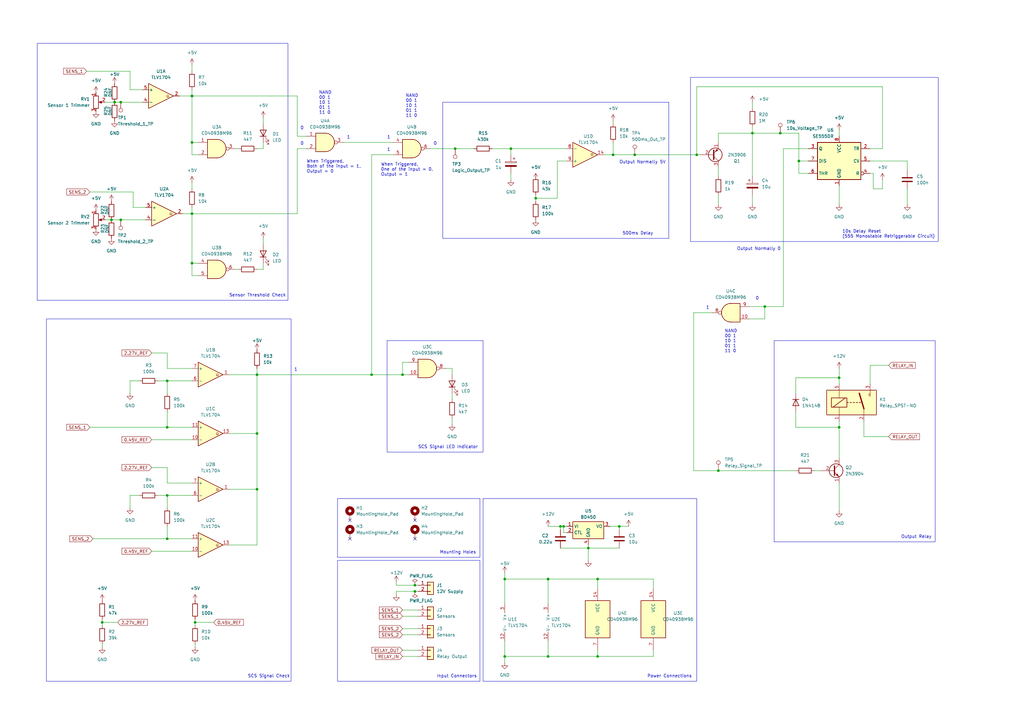
<source format=kicad_sch>
(kicad_sch (version 20250114) (generator "eeschema") (generator_version "9.0")
  (paper "A3")
  (title_block (title "BSPD") (date "2024-06-09") (rev "V4.0") (company "Manchester Stinger Motorsports"))
  (lib_symbols
    (symbol "74xx:74HC00" (pin_names (offset 1.016))
      (property "Reference" "U" (at 0 1.27 0))
      (property "Value" "74HC00" (at 0 -1.27 0))
      (symbol "74HC00_1_1"
        (pin input line (at -7.62 2.54 0) (length 3.81) (name "~") (number "1"))
        (pin input line (at -7.62 -2.54 0) (length 3.81) (name "~") (number "2"))
        (pin output inverted (at 7.62 0 180) (length 3.81) (name "~") (number "3"))
      )
      (symbol "74HC00_1_2"
        (pin input inverted (at -7.62 2.54 0) (length 4.318) (name "~") (number "1"))
        (pin input inverted (at -7.62 -2.54 0) (length 4.318) (name "~") (number "2"))
        (pin output line (at 7.62 0 180) (length 3.81) (name "~") (number "3"))
      )
      (symbol "74HC00_2_1"
        (pin input line (at -7.62 2.54 0) (length 3.81) (name "~") (number "4"))
        (pin input line (at -7.62 -2.54 0) (length 3.81) (name "~") (number "5"))
        (pin output inverted (at 7.62 0 180) (length 3.81) (name "~") (number "6"))
      )
      (symbol "74HC00_2_2"
        (pin input inverted (at -7.62 2.54 0) (length 4.318) (name "~") (number "4"))
        (pin input inverted (at -7.62 -2.54 0) (length 4.318) (name "~") (number "5"))
        (pin output line (at 7.62 0 180) (length 3.81) (name "~") (number "6"))
      )
      (symbol "74HC00_3_1"
        (pin input line (at -7.62 2.54 0) (length 3.81) (name "~") (number "9"))
        (pin input line (at -7.62 -2.54 0) (length 3.81) (name "~") (number "10"))
        (pin output inverted (at 7.62 0 180) (length 3.81) (name "~") (number "8"))
      )
      (symbol "74HC00_3_2"
        (pin input inverted (at -7.62 2.54 0) (length 4.318) (name "~") (number "9"))
        (pin input inverted (at -7.62 -2.54 0) (length 4.318) (name "~") (number "10"))
        (pin output line (at 7.62 0 180) (length 3.81) (name "~") (number "8"))
      )
      (symbol "74HC00_4_1"
        (pin input line (at -7.62 2.54 0) (length 3.81) (name "~") (number "12"))
        (pin input line (at -7.62 -2.54 0) (length 3.81) (name "~") (number "13"))
        (pin output inverted (at 7.62 0 180) (length 3.81) (name "~") (number "11"))
      )
      (symbol "74HC00_4_2"
        (pin input inverted (at -7.62 2.54 0) (length 4.318) (name "~") (number "12"))
        (pin input inverted (at -7.62 -2.54 0) (length 4.318) (name "~") (number "13"))
        (pin output line (at 7.62 0 180) (length 3.81) (name "~") (number "11"))
      )
      (symbol "74HC00_5_0"
        (pin power_in line (at 0 12.7 270) (length 5.08) (name "VCC") (number "14"))
        (pin power_in line (at 0 -12.7 90) (length 5.08) (name "GND") (number "7"))
      )
    )
    (symbol "Comparator:LM339" (pin_names (offset 0.127))
      (property "Reference" "U" (at 0 5.08 0))
      (property "Value" "LM339" (at 0 -5.08 0))
      (symbol "LM339_1_1"
        (pin input line (at -7.62 2.54 0) (length 2.54) (name "+") (number "5"))
        (pin input line (at -7.62 -2.54 0) (length 2.54) (name "-") (number "4"))
        (pin open_collector line (at 7.62 0 180) (length 2.54) (name "~") (number "2"))
      )
      (symbol "LM339_2_1"
        (pin input line (at -7.62 2.54 0) (length 2.54) (name "+") (number "7"))
        (pin input line (at -7.62 -2.54 0) (length 2.54) (name "-") (number "6"))
        (pin open_collector line (at 7.62 0 180) (length 2.54) (name "~") (number "1"))
      )
      (symbol "LM339_3_1"
        (pin input line (at -7.62 2.54 0) (length 2.54) (name "+") (number "11"))
        (pin input line (at -7.62 -2.54 0) (length 2.54) (name "-") (number "10"))
        (pin open_collector line (at 7.62 0 180) (length 2.54) (name "~") (number "13"))
      )
      (symbol "LM339_4_1"
        (pin input line (at -7.62 2.54 0) (length 2.54) (name "+") (number "9"))
        (pin input line (at -7.62 -2.54 0) (length 2.54) (name "-") (number "8"))
        (pin open_collector line (at 7.62 0 180) (length 2.54) (name "~") (number "14"))
      )
      (symbol "LM339_5_1"
        (pin power_in line (at -2.54 7.62 270) (length 3.81) (name "V+") (number "3"))
        (pin power_in line (at -2.54 -7.62 90) (length 3.81) (name "V-") (number "12"))
      )
    )
    (symbol "Connector:TestPoint" (pin_numbers (hide yes)) (pin_names (offset 0.762) (hide yes))
      (property "Reference" "TP" (at 0 6.858 0))
      (property "Value" "TestPoint" (at 0 5.08 0))
      (symbol "TestPoint_1_1"
        (pin passive line (at 0 0 90) (length 2.54) (name "1") (number "1"))
      )
    )
    (symbol "Connector_Generic:Conn_01x02" (pin_names (offset 1.016) (hide yes))
      (property "Reference" "J" (at 0 2.54 0))
      (property "Value" "Conn_01x02" (at 0 -5.08 0))
      (symbol "Conn_01x02_1_1"
        (pin passive line (at -5.08 0 0) (length 3.81) (name "Pin_1") (number "1"))
        (pin passive line (at -5.08 -2.54 0) (length 3.81) (name "Pin_2") (number "2"))
      )
    )
    (symbol "Custom_MSM:Regulator_Linear_5V"
      (property "Reference" "U" (at -6.35 6.35 0))
      (property "Value" "BD450" (at -6.35 3.81 0))
      (symbol "Regulator_Linear_5V_1_1"
        (pin power_in line (at -8.89 0 0) (length 2.54) (name "VI") (number "1"))
        (pin power_in line (at -8.89 -2.54 0) (length 2.54) (name "CTL") (number "2"))
        (pin power_in line (at 0 -7.62 90) (length 2.54) (name "GND") (number "4"))
        (pin power_out line (at 8.89 0 180) (length 2.54) (name "VO") (number "3"))
      )
    )
    (symbol "Device:C" (pin_numbers (hide yes)) (pin_names (offset 0.254))
      (property "Reference" "C" (at 0.635 2.54 0))
      (property "Value" "C" (at 0.635 -2.54 0))
      (symbol "C_1_1"
        (pin passive line (at 0 3.81 270) (length 2.794) (name "~") (number "1"))
        (pin passive line (at 0 -3.81 90) (length 2.794) (name "~") (number "2"))
      )
    )
    (symbol "Device:C_Polarized" (pin_numbers (hide yes)) (pin_names (offset 0.254))
      (property "Reference" "C" (at 0.635 2.54 0))
      (property "Value" "C_Polarized" (at 0.635 -2.54 0))
      (symbol "C_Polarized_1_1"
        (pin passive line (at 0 3.81 270) (length 2.794) (name "~") (number "1"))
        (pin passive line (at 0 -3.81 90) (length 2.794) (name "~") (number "2"))
      )
    )
    (symbol "Device:LED" (pin_numbers (hide yes)) (pin_names (offset 1.016) (hide yes))
      (property "Reference" "D" (at 0 2.54 0))
      (property "Value" "LED" (at 0 -2.54 0))
      (symbol "LED_1_1"
        (pin passive line (at -3.81 0 0) (length 2.54) (name "K") (number "1"))
        (pin passive line (at 3.81 0 180) (length 2.54) (name "A") (number "2"))
      )
    )
    (symbol "Device:R" (pin_numbers (hide yes)) (pin_names (offset 0))
      (property "Reference" "R" (at 2.032 0 90))
      (property "Value" "R" (at 0 0 90))
      (symbol "R_1_1"
        (pin passive line (at 0 3.81 270) (length 1.27) (name "~") (number "1"))
        (pin passive line (at 0 -3.81 90) (length 1.27) (name "~") (number "2"))
      )
    )
    (symbol "Device:R_Potentiometer" (pin_names (offset 1.016) (hide yes))
      (property "Reference" "RV" (at -4.445 0 90))
      (property "Value" "R_Potentiometer" (at -2.54 0 90))
      (symbol "R_Potentiometer_1_1"
        (pin passive line (at 0 3.81 270) (length 1.27) (name "1") (number "1"))
        (pin passive line (at 0 -3.81 90) (length 1.27) (name "3") (number "3"))
        (pin passive line (at 3.81 0 180) (length 1.27) (name "2") (number "2"))
      )
    )
    (symbol "Diode:1N4148" (pin_numbers (hide yes)) (pin_names (hide yes))
      (property "Reference" "D" (at 0 2.54 0))
      (property "Value" "1N4148" (at 0 -2.54 0))
      (symbol "1N4148_1_1"
        (pin passive line (at -3.81 0 0) (length 2.54) (name "K") (number "1"))
        (pin passive line (at 3.81 0 180) (length 2.54) (name "A") (number "2"))
      )
    )
    (symbol "Mechanical:MountingHole_Pad" (pin_numbers (hide yes)) (pin_names (offset 1.016) (hide yes))
      (property "Reference" "H" (at 0 6.35 0))
      (property "Value" "MountingHole_Pad" (at 0 4.445 0))
      (symbol "MountingHole_Pad_1_1"
        (pin input line (at 0 -2.54 90) (length 2.54) (name "1") (number "1"))
      )
    )
    (symbol "Relay:Relay_SPST-NO"
      (property "Reference" "K1" (at 11.43 1.27 0))
      (property "Value" "Relay_SPST-NO" (at 11.43 -1.27 0))
      (symbol "Relay_SPST-NO_1_1"
        (pin passive line (at -5.08 7.62 270) (length 2.54) (name "~") (number "5"))
        (pin passive line (at -5.08 -7.62 90) (length 2.54) (name "~") (number "1"))
        (pin passive line (at 5.08 -7.62 90) (length 2.54) (name "~") (number "2"))
        (pin passive line (at 7.62 7.62 270) (length 2.54) (name "~") (number "3"))
      )
    )
    (symbol "Timer:LM555xN"
      (property "Reference" "U" (at -10.16 8.89 0))
      (property "Value" "LM555xN" (at 2.54 8.89 0))
      (symbol "LM555xN_0_0"
        (pin power_in line (at 0 10.16 270) (length 2.54) (name "VCC") (number "8"))
        (pin power_in line (at 0 -10.16 90) (length 2.54) (name "GND") (number "1"))
      )
      (symbol "LM555xN_1_1"
        (pin input line (at -12.7 5.08 0) (length 3.81) (name "TR") (number "2"))
        (pin input line (at -12.7 0 0) (length 3.81) (name "CV") (number "5"))
        (pin input inverted (at -12.7 -5.08 0) (length 3.81) (name "R") (number "4"))
        (pin output line (at 12.7 5.08 180) (length 3.81) (name "Q") (number "3"))
        (pin input line (at 12.7 0 180) (length 3.81) (name "DIS") (number "7"))
        (pin input line (at 12.7 -5.08 180) (length 3.81) (name "THR") (number "6"))
      )
    )
    (symbol "Transistor_BJT:2N3904" (pin_names (offset 0) (hide yes))
      (property "Reference" "Q" (at 5.08 1.905 0))
      (property "Value" "2N3904" (at 5.08 0 0))
      (symbol "2N3904_1_1"
        (pin passive line (at -5.08 0 0) (length 5.715) (name "B") (number "2"))
        (pin passive line (at 2.54 5.08 270) (length 2.54) (name "C") (number "3"))
        (pin passive line (at 2.54 -5.08 90) (length 2.54) (name "E") (number "1"))
      )
    )
    (symbol "Transistor_BJT:2N3906" (pin_names (offset 0) (hide yes))
      (property "Reference" "Q" (at 5.08 1.905 0))
      (property "Value" "2N3906" (at 5.08 0 0))
      (symbol "2N3906_1_1"
        (pin input line (at -5.08 0 0) (length 5.715) (name "B") (number "2"))
        (pin passive line (at 2.54 5.08 270) (length 2.54) (name "C") (number "3"))
        (pin passive line (at 2.54 -5.08 90) (length 2.54) (name "E") (number "1"))
      )
    )
    (symbol "power:+12V" (power) (pin_names (offset 0))
      (property "Value" "+12V" (at 0 3.556 0))
      (symbol "+12V_1_1"
        (pin power_in line (at 0 0 90) (length 0) (hide yes) (name "+12V") (number "1"))
      )
    )
    (symbol "power:+5V" (power) (pin_names (offset 0))
      (property "Value" "+5V" (at 0 3.556 0))
      (symbol "+5V_1_1"
        (pin power_in line (at 0 0 90) (length 0) (hide yes) (name "+5V") (number "1"))
      )
    )
    (symbol "power:GND" (power) (pin_names (offset 0))
      (property "Value" "GND" (at 0 -3.81 0))
      (symbol "GND_1_1"
        (pin power_in line (at 0 0 270) (length 0) (hide yes) (name "GND") (number "1"))
      )
    )
    (symbol "power:PWR_FLAG" (power) (pin_numbers (hide yes)) (pin_names (offset 0) (hide yes))
      (property "Value" "PWR_FLAG" (at 0 3.81 0))
      (symbol "PWR_FLAG_0_0"
        (pin power_out line (at 0 0 90) (length 0) (name "pwr") (number "1"))
      )
    )
  )
  (rectangle (start 19.05 130.81) (end 119.38 279.4))
  (rectangle (start 138.43 229.87) (end 196.85 279.4))
  (rectangle (start 138.43 204.47) (end 196.85 228.6))
  (rectangle (start 317.5 139.7) (end 383.54 222.25))
  (rectangle (start 283.21 31.75) (end 384.81 99.06))
  (rectangle (start 15.24 17.78) (end 118.11 123.19))
  (rectangle (start 198.12 204.47) (end 285.75 279.4))
  (rectangle (start 181.61 41.91) (end 274.32 97.79))
  (rectangle (start 158.75 139.7) (end 198.12 185.42))
  (text "SCS Signal Check" (at 101.6 278.13 0) (effects (font (size 1.27 1.27)) (justify left bottom)))
  (text "0" (at 177.8 59.69 0) (effects (font (size 1.27 1.27)) (justify left bottom)))
  (text "1" (at 142.24 57.15 0) (effects (font (size 1.27 1.27)) (justify left bottom)))
  (text "When Triggered, \nBoth of the input = 1, \nOutput = 0\n" (at 125.73 71.12 0) (effects (font (size 1.27 1.27)) (justify left bottom)))
  (text "500ms Delay" (at 255.27 96.52 0) (effects (font (size 1.27 1.27)) (justify left bottom)))
  (text "Mounting Holes" (at 180.34 227.33 0) (effects (font (size 1.27 1.27)) (justify left bottom)))
  (text "Output Relay" (at 369.57 220.98 0) (effects (font (size 1.27 1.27)) (justify left bottom)))
  (text "0" (at 123.19 59.69 0) (effects (font (size 1.27 1.27)) (justify left bottom)))
  (text "SCS Signal LED Indicator" (at 171.45 184.15 0) (effects (font (size 1.27 1.27)) (justify left bottom)))
  (text "1" (at 158.75 57.15 0) (effects (font (size 1.27 1.27)) (justify left bottom)))
  (text "Power Connections" (at 265.43 278.13 0) (effects (font (size 1.27 1.27)) (justify left bottom)))
  (text "NAND\n00 1\n10 1\n01 1\n11 0\n" (at 130.81 46.99 0) (effects (font (size 1.27 1.27)) (justify left bottom)))
  (text "Sensor Threshold Check" (at 93.98 121.92 0) (effects (font (size 1.27 1.27)) (justify left bottom)))
  (text "0" (at 309.88 123.19 0) (effects (font (size 1.27 1.27)) (justify left bottom)))
  (text "NAND\n00 1\n10 1\n01 1\n11 0\n" (at 297.18 144.78 0) (effects (font (size 1.27 1.27)) (justify left bottom)))
  (text "1" (at 120.65 152.4 0) (effects (font (size 1.27 1.27)) (justify left bottom)))
  (text "Output Normally 5V" (at 254 67.31 0) (effects (font (size 1.27 1.27)) (justify left bottom)))
  (text "Input Connectors\n" (at 179.07 278.13 0) (effects (font (size 1.27 1.27)) (justify left bottom)))
  (text "When Triggered, \n0ne of the input = 0, \nOutput = 1\n" (at 156.21 72.39 0) (effects (font (size 1.27 1.27)) (justify left bottom)))
  (text "10s Delay Reset\n(555 Monostable Retriggerable Circuit)" (at 345.44 97.79 0) (effects (font (size 1.27 1.27)) (justify left bottom)))
  (text "Output Normally 0" (at 302.26 102.87 0) (effects (font (size 1.27 1.27)) (justify left bottom)))
  (text "1" (at 289.56 127 0) (effects (font (size 1.27 1.27)) (justify left bottom)))
  (text "NAND\n00 1\n10 1\n01 1\n11 0\n" (at 166.37 48.26 0) (effects (font (size 1.27 1.27)) (justify left bottom)))
  (text "1" (at 158.75 62.23 0) (effects (font (size 1.27 1.27)) (justify left bottom)))
  (text "0" (at 123.19 53.34 0) (effects (font (size 1.27 1.27)) (justify left bottom)))
  (junction (at 294.64 193.04))
  (junction (at 245.11 269.24))
  (junction (at 219.71 81.28))
  (junction (at 170.18 240.03))
  (junction (at 209.55 60.96))
  (junction (at 186.69 60.96))
  (junction (at 344.17 175.26))
  (junction (at 245.11 237.49))
  (junction (at 78.74 39.37))
  (junction (at 105.41 153.67))
  (junction (at 327.66 66.04))
  (junction (at 105.41 200.66))
  (junction (at 78.74 87.63))
  (junction (at 68.58 175.26))
  (junction (at 68.58 156.21))
  (junction (at 207.01 269.24))
  (junction (at 224.79 269.24))
  (junction (at 78.74 58.42))
  (junction (at 41.91 255.27))
  (junction (at 207.01 237.49))
  (junction (at 251.46 63.5))
  (junction (at 78.74 107.95))
  (junction (at 45.72 90.17))
  (junction (at 308.61 54.61))
  (junction (at 68.58 220.98))
  (junction (at 229.87 215.9))
  (junction (at 231.14 215.9))
  (junction (at 313.69 125.73))
  (junction (at 224.79 237.49))
  (junction (at 46.99 41.91))
  (junction (at 165.1 153.67))
  (junction (at 49.53 41.91))
  (junction (at 80.01 255.27))
  (junction (at 152.4 153.67))
  (junction (at 254 215.9))
  (junction (at 260.35 63.5))
  (junction (at 49.53 90.17))
  (junction (at 170.18 242.57))
  (junction (at 241.3 224.79))
  (junction (at 320.04 54.61))
  (junction (at 285.75 63.5))
  (junction (at 344.17 154.94))
  (junction (at 68.58 203.2))
  (junction (at 105.41 177.8))
  (no_connect (at 170.18 220.98))
  (no_connect (at 143.51 220.98))
  (no_connect (at 143.51 213.36))
  (no_connect (at 170.18 213.36))
  (wire (pts (xy 358.14 71.12) (xy 356.87 71.12)))
  (wire (pts (xy 228.6 66.04) (xy 232.41 66.04)))
  (wire (pts (xy 68.58 191.77) (xy 62.23 191.77)))
  (wire (pts (xy 105.41 60.96) (xy 107.95 60.96)))
  (wire (pts (xy 308.61 54.61) (xy 308.61 72.39)))
  (wire (pts (xy 260.35 63.5) (xy 285.75 63.5)))
  (wire (pts (xy 285.75 35.56) (xy 285.75 63.5)))
  (wire (pts (xy 209.55 63.5) (xy 209.55 60.96)))
  (wire (pts (xy 207.01 269.24) (xy 207.01 262.89)))
  (wire (pts (xy 294.64 193.04) (xy 326.39 193.04)))
  (wire (pts (xy 185.42 151.13) (xy 185.42 153.67)))
  (wire (pts (xy 68.58 220.98) (xy 78.74 220.98)))
  (wire (pts (xy 121.92 55.88) (xy 125.73 55.88)))
  (wire (pts (xy 93.98 153.67) (xy 105.41 153.67)))
  (wire (pts (xy 78.74 39.37) (xy 78.74 58.42)))
  (wire (pts (xy 78.74 156.21) (xy 68.58 156.21)))
  (wire (pts (xy 78.74 74.93) (xy 78.74 77.47)))
  (wire (pts (xy 167.64 148.59) (xy 165.1 148.59)))
  (wire (pts (xy 326.39 168.91) (xy 326.39 175.26)))
  (wire (pts (xy 93.98 223.52) (xy 105.41 223.52)))
  (wire (pts (xy 313.69 125.73) (xy 313.69 130.81)))
  (wire (pts (xy 229.87 215.9) (xy 231.14 215.9)))
  (wire (pts (xy 358.14 77.47) (xy 358.14 71.12)))
  (wire (pts (xy 209.55 71.12) (xy 209.55 73.66)))
  (wire (pts (xy 245.11 237.49) (xy 245.11 241.3)))
  (wire (pts (xy 284.48 128.27) (xy 284.48 193.04)))
  (wire (pts (xy 344.17 55.88) (xy 344.17 53.34)))
  (wire (pts (xy 372.11 83.82) (xy 372.11 77.47)))
  (wire (pts (xy 68.58 198.12) (xy 78.74 198.12)))
  (wire (pts (xy 356.87 60.96) (xy 361.95 60.96)))
  (wire (pts (xy 327.66 66.04) (xy 331.47 66.04)))
  (wire (pts (xy 68.58 151.13) (xy 78.74 151.13)))
  (wire (pts (xy 74.93 87.63) (xy 78.74 87.63)))
  (wire (pts (xy 54.61 78.74) (xy 36.83 78.74)))
  (wire (pts (xy 285.75 63.5) (xy 287.02 63.5)))
  (wire (pts (xy 229.87 224.79) (xy 241.3 224.79)))
  (wire (pts (xy 170.18 242.57) (xy 171.45 242.57)))
  (wire (pts (xy 78.74 87.63) (xy 121.92 87.63)))
  (wire (pts (xy 78.74 39.37) (xy 78.74 36.83)))
  (wire (pts (xy 105.41 153.67) (xy 105.41 177.8)))
  (wire (pts (xy 62.23 180.34) (xy 78.74 180.34)))
  (wire (pts (xy 334.01 193.04) (xy 336.55 193.04)))
  (wire (pts (xy 185.42 163.83) (xy 185.42 161.29)))
  (wire (pts (xy 326.39 175.26) (xy 344.17 175.26)))
  (wire (pts (xy 284.48 193.04) (xy 294.64 193.04)))
  (wire (pts (xy 41.91 255.27) (xy 48.26 255.27)))
  (wire (pts (xy 331.47 71.12) (xy 327.66 71.12)))
  (wire (pts (xy 245.11 237.49) (xy 267.97 237.49)))
  (wire (pts (xy 219.71 80.01) (xy 219.71 81.28)))
  (wire (pts (xy 53.34 203.2) (xy 57.15 203.2)))
  (wire (pts (xy 107.95 60.96) (xy 107.95 58.42)))
  (wire (pts (xy 49.53 90.17) (xy 59.69 90.17)))
  (wire (pts (xy 294.64 58.42) (xy 294.64 54.61)))
  (wire (pts (xy 308.61 54.61) (xy 320.04 54.61)))
  (wire (pts (xy 78.74 58.42) (xy 78.74 63.5)))
  (wire (pts (xy 80.01 265.43) (xy 80.01 264.16)))
  (wire (pts (xy 68.58 208.28) (xy 68.58 203.2)))
  (wire (pts (xy 53.34 36.83) (xy 58.42 36.83)))
  (wire (pts (xy 107.95 48.26) (xy 107.95 50.8)))
  (wire (pts (xy 254 224.79) (xy 241.3 224.79)))
  (wire (pts (xy 308.61 41.91) (xy 308.61 44.45)))
  (wire (pts (xy 152.4 153.67) (xy 165.1 153.67)))
  (wire (pts (xy 68.58 156.21) (xy 64.77 156.21)))
  (wire (pts (xy 207.01 237.49) (xy 207.01 234.95)))
  (wire (pts (xy 186.69 60.96) (xy 194.31 60.96)))
  (wire (pts (xy 93.98 177.8) (xy 105.41 177.8)))
  (wire (pts (xy 344.17 175.26) (xy 344.17 187.96)))
  (wire (pts (xy 219.71 81.28) (xy 219.71 82.55)))
  (wire (pts (xy 247.65 63.5) (xy 251.46 63.5)))
  (wire (pts (xy 165.1 153.67) (xy 167.64 153.67)))
  (wire (pts (xy 224.79 262.89) (xy 224.79 269.24)))
  (wire (pts (xy 105.41 151.13) (xy 105.41 153.67)))
  (wire (pts (xy 209.55 60.96) (xy 232.41 60.96)))
  (wire (pts (xy 171.45 240.03) (xy 170.18 240.03)))
  (wire (pts (xy 320.04 54.61) (xy 327.66 54.61)))
  (wire (pts (xy 326.39 154.94) (xy 344.17 154.94)))
  (wire (pts (xy 294.64 80.01) (xy 294.64 83.82)))
  (wire (pts (xy 152.4 63.5) (xy 152.4 153.67)))
  (wire (pts (xy 219.71 81.28) (xy 228.6 81.28)))
  (wire (pts (xy 121.92 39.37) (xy 121.92 55.88)))
  (wire (pts (xy 152.4 63.5) (xy 161.29 63.5)))
  (wire (pts (xy 284.48 128.27) (xy 292.1 128.27)))
  (wire (pts (xy 105.41 200.66) (xy 105.41 177.8)))
  (wire (pts (xy 121.92 60.96) (xy 125.73 60.96)))
  (wire (pts (xy 308.61 80.01) (xy 308.61 83.82)))
  (wire (pts (xy 41.91 254) (xy 41.91 255.27)))
  (wire (pts (xy 93.98 200.66) (xy 105.41 200.66)))
  (wire (pts (xy 62.23 226.06) (xy 78.74 226.06)))
  (wire (pts (xy 327.66 71.12) (xy 327.66 66.04)))
  (wire (pts (xy 267.97 237.49) (xy 267.97 241.3)))
  (wire (pts (xy 54.61 85.09) (xy 54.61 78.74)))
  (wire (pts (xy 321.31 60.96) (xy 331.47 60.96)))
  (wire (pts (xy 78.74 39.37) (xy 121.92 39.37)))
  (wire (pts (xy 176.53 60.96) (xy 186.69 60.96)))
  (wire (pts (xy 68.58 168.91) (xy 68.58 175.26)))
  (wire (pts (xy 245.11 269.24) (xy 245.11 266.7)))
  (wire (pts (xy 308.61 52.07) (xy 308.61 54.61)))
  (wire (pts (xy 96.52 110.49) (xy 97.79 110.49)))
  (wire (pts (xy 140.97 58.42) (xy 161.29 58.42)))
  (wire (pts (xy 68.58 156.21) (xy 68.58 161.29)))
  (wire (pts (xy 81.28 63.5) (xy 78.74 63.5)))
  (wire (pts (xy 105.41 223.52) (xy 105.41 200.66)))
  (wire (pts (xy 162.56 242.57) (xy 170.18 242.57)))
  (wire (pts (xy 361.95 77.47) (xy 358.14 77.47)))
  (wire (pts (xy 53.34 29.21) (xy 53.34 36.83)))
  (wire (pts (xy 267.97 269.24) (xy 267.97 266.7)))
  (wire (pts (xy 307.34 130.81) (xy 313.69 130.81)))
  (wire (pts (xy 182.88 151.13) (xy 185.42 151.13)))
  (wire (pts (xy 361.95 35.56) (xy 285.75 35.56)))
  (wire (pts (xy 307.34 125.73) (xy 313.69 125.73)))
  (wire (pts (xy 78.74 26.67) (xy 78.74 29.21)))
  (wire (pts (xy 245.11 269.24) (xy 267.97 269.24)))
  (wire (pts (xy 53.34 156.21) (xy 57.15 156.21)))
  (wire (pts (xy 107.95 110.49) (xy 107.95 107.95)))
  (wire (pts (xy 231.14 215.9) (xy 232.41 215.9)))
  (wire (pts (xy 372.11 69.85) (xy 372.11 66.04)))
  (wire (pts (xy 80.01 255.27) (xy 80.01 256.54)))
  (wire (pts (xy 53.34 156.21) (xy 53.34 161.29)))
  (wire (pts (xy 49.53 41.91) (xy 58.42 41.91)))
  (wire (pts (xy 78.74 58.42) (xy 81.28 58.42)))
  (wire (pts (xy 38.1 220.98) (xy 68.58 220.98)))
  (wire (pts (xy 165.1 148.59) (xy 165.1 153.67)))
  (wire (pts (xy 224.79 269.24) (xy 245.11 269.24)))
  (wire (pts (xy 326.39 161.29) (xy 326.39 154.94)))
  (wire (pts (xy 254 215.9) (xy 254 217.17)))
  (wire (pts (xy 321.31 60.96) (xy 321.31 125.73)))
  (wire (pts (xy 344.17 172.72) (xy 344.17 175.26)))
  (wire (pts (xy 68.58 198.12) (xy 68.58 191.77)))
  (wire (pts (xy 78.74 107.95) (xy 81.28 107.95)))
  (wire (pts (xy 321.31 125.73) (xy 313.69 125.73)))
  (wire (pts (xy 344.17 83.82) (xy 344.17 76.2)))
  (wire (pts (xy 81.28 113.03) (xy 78.74 113.03)))
  (wire (pts (xy 165.1 266.7) (xy 171.45 266.7)))
  (wire (pts (xy 224.79 215.9) (xy 229.87 215.9)))
  (wire (pts (xy 251.46 63.5) (xy 251.46 58.42)))
  (wire (pts (xy 207.01 237.49) (xy 224.79 237.49)))
  (wire (pts (xy 78.74 107.95) (xy 78.74 113.03)))
  (wire (pts (xy 354.33 179.07) (xy 364.49 179.07)))
  (wire (pts (xy 356.87 149.86) (xy 356.87 157.48)))
  (wire (pts (xy 207.01 269.24) (xy 207.01 271.78)))
  (wire (pts (xy 241.3 223.52) (xy 241.3 224.79)))
  (wire (pts (xy 35.56 29.21) (xy 53.34 29.21)))
  (wire (pts (xy 68.58 151.13) (xy 68.58 144.78)))
  (wire (pts (xy 327.66 54.61) (xy 327.66 66.04)))
  (wire (pts (xy 43.18 41.91) (xy 46.99 41.91)))
  (wire (pts (xy 53.34 208.28) (xy 53.34 203.2)))
  (wire (pts (xy 78.74 87.63) (xy 78.74 107.95)))
  (wire (pts (xy 80.01 254) (xy 80.01 255.27)))
  (wire (pts (xy 250.19 215.9) (xy 254 215.9)))
  (wire (pts (xy 43.18 90.17) (xy 45.72 90.17)))
  (wire (pts (xy 344.17 151.13) (xy 344.17 154.94)))
  (wire (pts (xy 294.64 54.61) (xy 308.61 54.61)))
  (wire (pts (xy 361.95 73.66) (xy 361.95 77.47)))
  (wire (pts (xy 162.56 243.84) (xy 162.56 242.57)))
  (wire (pts (xy 165.1 260.35) (xy 171.45 260.35)))
  (wire (pts (xy 68.58 175.26) (xy 78.74 175.26)))
  (wire (pts (xy 105.41 110.49) (xy 107.95 110.49)))
  (wire (pts (xy 68.58 203.2) (xy 64.77 203.2)))
  (wire (pts (xy 294.64 68.58) (xy 294.64 72.39)))
  (wire (pts (xy 228.6 66.04) (xy 228.6 81.28)))
  (wire (pts (xy 41.91 265.43) (xy 41.91 264.16)))
  (wire (pts (xy 361.95 60.96) (xy 361.95 35.56)))
  (wire (pts (xy 254 215.9) (xy 257.81 215.9)))
  (wire (pts (xy 219.71 72.39) (xy 219.71 73.66)))
  (wire (pts (xy 54.61 85.09) (xy 59.69 85.09)))
  (wire (pts (xy 207.01 237.49) (xy 207.01 247.65)))
  (wire (pts (xy 96.52 60.96) (xy 97.79 60.96)))
  (wire (pts (xy 231.14 218.44) (xy 231.14 215.9)))
  (wire (pts (xy 251.46 63.5) (xy 260.35 63.5)))
  (wire (pts (xy 344.17 154.94) (xy 344.17 157.48)))
  (wire (pts (xy 165.1 257.81) (xy 171.45 257.81)))
  (wire (pts (xy 232.41 218.44) (xy 231.14 218.44)))
  (wire (pts (xy 251.46 50.8) (xy 251.46 49.53)))
  (wire (pts (xy 165.1 252.73) (xy 171.45 252.73)))
  (wire (pts (xy 344.17 198.12) (xy 344.17 209.55)))
  (wire (pts (xy 224.79 269.24) (xy 207.01 269.24)))
  (wire (pts (xy 80.01 255.27) (xy 87.63 255.27)))
  (wire (pts (xy 121.92 87.63) (xy 121.92 60.96)))
  (wire (pts (xy 224.79 237.49) (xy 245.11 237.49)))
  (wire (pts (xy 41.91 255.27) (xy 41.91 256.54)))
  (wire (pts (xy 224.79 237.49) (xy 224.79 247.65)))
  (wire (pts (xy 165.1 250.19) (xy 171.45 250.19)))
  (wire (pts (xy 229.87 215.9) (xy 229.87 217.17)))
  (wire (pts (xy 46.99 41.91) (xy 49.53 41.91)))
  (wire (pts (xy 105.41 153.67) (xy 152.4 153.67)))
  (wire (pts (xy 73.66 39.37) (xy 78.74 39.37)))
  (wire (pts (xy 171.45 269.24) (xy 165.1 269.24)))
  (wire (pts (xy 68.58 215.9) (xy 68.58 220.98)))
  (wire (pts (xy 162.56 240.03) (xy 170.18 240.03)))
  (wire (pts (xy 364.49 149.86) (xy 356.87 149.86)))
  (wire (pts (xy 78.74 203.2) (xy 68.58 203.2)))
  (wire (pts (xy 354.33 172.72) (xy 354.33 179.07)))
  (wire (pts (xy 201.93 60.96) (xy 209.55 60.96)))
  (wire (pts (xy 185.42 173.99) (xy 185.42 171.45)))
  (wire (pts (xy 68.58 144.78) (xy 62.23 144.78)))
  (wire (pts (xy 78.74 85.09) (xy 78.74 87.63)))
  (wire (pts (xy 45.72 90.17) (xy 49.53 90.17)))
  (wire (pts (xy 36.83 175.26) (xy 68.58 175.26)))
  (wire (pts (xy 162.56 238.76) (xy 162.56 240.03)))
  (wire (pts (xy 241.3 224.79) (xy 241.3 229.87)))
  (wire (pts (xy 107.95 97.79) (xy 107.95 100.33)))
  (wire (pts (xy 372.11 66.04) (xy 356.87 66.04)))
  (global_label "0.45V_REF" (shape input) (at 87.63 255.27 0) (property "Intersheetrefs" "${INTERSHEET_REFS}" (effects (hide yes))))
  (global_label "SENS_1" (shape input) (at 165.1 250.19 180) (property "Intersheetrefs" "${INTERSHEET_REFS}" (effects (hide yes))))
  (global_label "SENS_1" (shape input) (at 36.83 175.26 180) (property "Intersheetrefs" "${INTERSHEET_REFS}" (effects (hide yes))))
  (global_label "2.27V_REF" (shape input) (at 48.26 255.27 0) (property "Intersheetrefs" "${INTERSHEET_REFS}" (effects (hide yes))))
  (global_label "SENS_2" (shape input) (at 165.1 257.81 180) (property "Intersheetrefs" "${INTERSHEET_REFS}" (effects (hide yes))))
  (global_label "SENS_2" (shape input) (at 165.1 260.35 180) (property "Intersheetrefs" "${INTERSHEET_REFS}" (effects (hide yes))))
  (global_label "2.27V_REF" (shape input) (at 62.23 191.77 180) (property "Intersheetrefs" "${INTERSHEET_REFS}" (effects (hide yes))))
  (global_label "RELAY_IN" (shape input) (at 364.49 149.86 0) (property "Intersheetrefs" "${INTERSHEET_REFS}" (effects (hide yes))))
  (global_label "SENS_2" (shape input) (at 36.83 78.74 180) (property "Intersheetrefs" "${INTERSHEET_REFS}" (effects (hide yes))))
  (global_label "SENS_1" (shape input) (at 165.1 252.73 180) (property "Intersheetrefs" "${INTERSHEET_REFS}" (effects (hide yes))))
  (global_label "0.45V_REF" (shape input) (at 62.23 180.34 180) (property "Intersheetrefs" "${INTERSHEET_REFS}" (effects (hide yes))))
  (global_label "RELAY_IN" (shape input) (at 165.1 269.24 180) (property "Intersheetrefs" "${INTERSHEET_REFS}" (effects (hide yes))))
  (global_label "2.27V_REF" (shape input) (at 62.23 144.78 180) (property "Intersheetrefs" "${INTERSHEET_REFS}" (effects (hide yes))))
  (global_label "SENS_2" (shape input) (at 38.1 220.98 180) (property "Intersheetrefs" "${INTERSHEET_REFS}" (effects (hide yes))))
  (global_label "RELAY_OUT" (shape input) (at 364.49 179.07 0) (property "Intersheetrefs" "${INTERSHEET_REFS}" (effects (hide yes))))
  (global_label "0.45V_REF" (shape input) (at 62.23 226.06 180) (property "Intersheetrefs" "${INTERSHEET_REFS}" (effects (hide yes))))
  (global_label "RELAY_OUT" (shape input) (at 165.1 266.7 180) (property "Intersheetrefs" "${INTERSHEET_REFS}" (effects (hide yes))))
  (global_label "SENS_1" (shape input) (at 35.56 29.21 180) (property "Intersheetrefs" "${INTERSHEET_REFS}" (effects (hide yes))))
  (symbol (lib_id "Connector:TestPoint") (at 49.53 41.91 180) (unit 1)
    (property "Reference" "TP1" (at 48.26 48.26 0) (effects (justify right)))
    (property "Value" "Threshold_1_TP" (at 48.26 50.8 0) (effects (justify right)))
    (property "Footprint" "TestPoint:TestPoint_Loop_D1.80mm_Drill1.0mm_Beaded" (effects (hide yes)))
  )
  (symbol (lib_id "Device:R") (at 45.72 86.36 180) (unit 1)
    (property "Reference" "R22" (at 42.164 86.106 90))
    (property "Value" "DNF" (at 43.942 86.106 90))
    (property "Description" "Resistor" (effects (hide yes)))
  )
  (symbol (lib_id "Comparator:LM339") (at 86.36 223.52 0) (unit 3)
    (property "Reference" "U2" (at 86.36 213.36 0))
    (property "Value" "TLV1704" (at 86.36 215.9 0))
    (property "Footprint" "customFootprints:PW14_TEX" (effects (hide yes)))
    (property "Datasheet" "https://www.st.com/resource/en/datasheet/lm139.pdf" (effects (hide yes)))
  )
  (symbol (lib_id "Custom_MSM:Regulator_Linear_5V") (at 241.3 215.9 0) (unit 1)
    (property "Reference" "U5" (at 241.3 209.55 0))
    (property "Value" "BD450" (at 241.3 212.09 0))
    (property "Footprint" "Custom_MSM:Regulator_Linear_SOT-223-4" (effects (hide yes)))
    (property "Datasheet" "https://fscdn.rohm.com/en/products/databook/datasheet/ic/power/linear_regulator/bd4xxm2-c-e.pdf" (effects (hide yes)))
    (property "Description" "MSM standard 4-pin 5V linear regulator" (effects (hide yes)))
    (property "MFN" "Rohm Semiconductor" (effects (hide yes)))
    (property "MFP" "BD450M2WFP3-CE2" (effects (hide yes)))
    (property "S1PN" "755-BD450M2WFP3-CE2" (effects (hide yes)))
    (property "S1PL" "https://mou.sr/4omWtuB" (effects (hide yes)))
    (property "S2PN" "BD450M2WFP3-CE2CT-ND" (effects (hide yes)))
    (property "S2PL" "https://www.digikey.co.uk/short/7jvpmww4" (effects (hide yes)))
  )
  (symbol (lib_id "Mechanical:MountingHole_Pad") (at 170.18 210.82 0) (unit 1)
    (property "Reference" "H2" (at 172.72 208.28 0) (effects (justify left)))
    (property "Value" "MountingHole_Pad" (at 172.72 210.82 0) (effects (justify left)))
    (property "Footprint" "MountingHole:MountingHole_3.2mm_M3_DIN965_Pad" (effects (hide yes)))
  )
  (symbol (lib_id "Device:R") (at 219.71 76.2 0) (unit 1)
    (property "Reference" "R16" (at 222.25 74.93 0) (effects (justify left)))
    (property "Value" "43k" (at 222.25 77.47 0) (effects (justify left)))
    (property "Footprint" "Resistor_THT:R_Axial_DIN0207_L6.3mm_D2.5mm_P10.16mm_Horizontal" (effects (hide yes)))
  )
  (symbol (lib_id "Device:R_Potentiometer") (at 39.37 41.91 0) (unit 1)
    (property "Reference" "RV1" (at 36.83 40.64 0) (effects (justify right)))
    (property "Value" "Sensor 1 Trimmer" (at 36.83 43.18 0) (effects (justify right)))
    (property "Footprint" "BSPD_footprints:Potentiometer_Bourns_3386P_Vertical" (effects (hide yes)))
  )
  (symbol (lib_id "Connector_Generic:Conn_01x02") (at 176.53 240.03 0) (unit 1)
    (property "Reference" "J1" (at 179.07 240.03 0) (effects (justify left)))
    (property "Value" "12V Supply" (at 179.07 242.57 0) (effects (justify left)))
    (property "Footprint" "Connector_JST:JST_VH_B2P-VH-FB-B_1x02_P3.96mm_Vertical" (effects (hide yes)))
  )
  (symbol (lib_id "power:+12V") (at 162.56 238.76 0) (unit 1)
    (property "Reference" "#PWR016" (effects (hide yes)))
    (property "Value" "+12V" (at 162.56 234.95 0))
  )
  (symbol (lib_id "74xx:74HC00") (at 245.11 254 0) (mirror y) (unit 5)
    (property "Reference" "U4" (at 255.27 251.46 0))
    (property "Value" "CD4093BM96" (at 255.27 254 0))
    (property "Footprint" "customFootprints:SOIC127P600X175-14N" (effects (hide yes)))
    (property "Datasheet" "http://www.ti.com/lit/gpn/sn74hc00" (effects (hide yes)))
  )
  (symbol (lib_id "Device:R") (at 60.96 156.21 90) (unit 1)
    (property "Reference" "R3" (at 60.96 149.86 90))
    (property "Value" "100k" (at 60.96 152.4 90))
    (property "Footprint" "Resistor_THT:R_Axial_DIN0207_L6.3mm_D2.5mm_P10.16mm_Horizontal" (effects (hide yes)))
  )
  (symbol (lib_id "Comparator:LM339") (at 209.55 255.27 0) (unit 5)
    (property "Reference" "U1" (at 208.28 254 0) (effects (justify left)))
    (property "Value" "TLV1704" (at 208.28 256.54 0) (effects (justify left)))
    (property "Footprint" "customFootprints:PW14_TEX" (effects (hide yes)))
    (property "Datasheet" "https://www.st.com/resource/en/datasheet/lm139.pdf" (effects (hide yes)))
  )
  (symbol (lib_id "power:+5V") (at 78.74 74.93 0) (unit 1)
    (property "Reference" "#PWR010" (effects (hide yes)))
    (property "Value" "+5V" (at 78.74 69.85 0))
  )
  (symbol (lib_id "Mechanical:MountingHole_Pad") (at 143.51 210.82 0) (unit 1)
    (property "Reference" "H1" (at 146.05 208.28 0) (effects (justify left)))
    (property "Value" "MountingHole_Pad" (at 146.05 210.82 0) (effects (justify left)))
    (property "Footprint" "MountingHole:MountingHole_3.2mm_M3_DIN965_Pad" (effects (hide yes)))
  )
  (symbol (lib_id "74xx:74HC00") (at 175.26 151.13 0) (unit 3)
    (property "Reference" "U3" (at 175.2517 142.24 0))
    (property "Value" "CD4093BM96" (at 175.2517 144.78 0))
    (property "Footprint" "customFootprints:SOIC127P600X175-14N" (effects (hide yes)))
    (property "Datasheet" "http://www.ti.com/lit/gpn/sn74hc00" (effects (hide yes)))
  )
  (symbol (lib_id "Transistor_BJT:2N3906") (at 292.1 63.5 0) (mirror x) (unit 1)
    (property "Reference" "Q1" (at 302.26 66.04 0))
    (property "Value" "2N3906" (at 302.26 63.5 0))
    (property "Footprint" "Package_TO_SOT_THT:TO-92L_Wide" (effects (hide yes)))
    (property "Datasheet" "https://www.onsemi.com/pub/Collateral/2N3906-D.PDF" (effects (hide yes)))
  )
  (symbol (lib_id "Connector_Generic:Conn_01x02") (at 176.53 250.19 0) (unit 1)
    (property "Reference" "J2" (at 179.07 250.19 0) (effects (justify left)))
    (property "Value" "Sensors" (at 179.07 252.73 0) (effects (justify left)))
    (property "Footprint" "TerminalBlock_Phoenix:TerminalBlock_Phoenix_MPT-0,5-2-2.54_1x02_P2.54mm_Horizontal" (effects (hide yes)))
  )
  (symbol (lib_id "Device:R") (at 45.72 93.98 180) (unit 1)
    (property "Reference" "R23" (at 42.164 93.726 90))
    (property "Value" "DNF" (at 43.942 93.726 90))
    (property "Description" "Resistor" (effects (hide yes)))
  )
  (symbol (lib_id "Device:C") (at 229.87 220.98 0) (unit 1)
    (property "Reference" "C2" (at 222.25 219.71 0) (effects (justify left)))
    (property "Value" "0.22u" (at 220.98 222.25 0) (effects (justify left)))
    (property "Footprint" "Capacitor_THT:C_Disc_D8.0mm_W2.5mm_P5.00mm" (effects (hide yes)))
  )
  (symbol (lib_id "power:GND") (at 53.34 161.29 0) (unit 1)
    (property "Reference" "#PWR07" (effects (hide yes)))
    (property "Value" "GND" (at 53.34 166.37 0))
  )
  (symbol (lib_id "Device:R") (at 101.6 110.49 90) (unit 1)
    (property "Reference" "R12" (at 101.6 104.14 90))
    (property "Value" "4k7" (at 101.6 106.68 90))
    (property "Footprint" "Resistor_THT:R_Axial_DIN0207_L6.3mm_D2.5mm_P10.16mm_Horizontal" (effects (hide yes)))
  )
  (symbol (lib_id "Device:C") (at 372.11 73.66 0) (mirror y) (unit 1)
    (property "Reference" "C5" (at 375.92 72.39 0) (effects (justify right)))
    (property "Value" "100n" (at 375.92 74.93 0) (effects (justify right)))
    (property "Footprint" "Capacitor_THT:C_Disc_D8.0mm_W2.5mm_P5.00mm" (effects (hide yes)))
  )
  (symbol (lib_id "Transistor_BJT:2N3904") (at 341.63 193.04 0) (unit 1)
    (property "Reference" "Q2" (at 346.71 191.77 0) (effects (justify left)))
    (property "Value" "2N3904" (at 346.71 194.31 0) (effects (justify left)))
    (property "Footprint" "Package_TO_SOT_THT:TO-92L_Wide" (effects (hide yes)))
    (property "Datasheet" "https://www.onsemi.com/pub/Collateral/2N3903-D.PDF" (effects (hide yes)))
  )
  (symbol (lib_id "power:+5V") (at 251.46 49.53 0) (unit 1)
    (property "Reference" "#PWR026" (effects (hide yes)))
    (property "Value" "+5V" (at 251.46 44.45 0))
  )
  (symbol (lib_id "Device:R") (at 41.91 260.35 0) (unit 1)
    (property "Reference" "R2" (at 44.45 259.08 0) (effects (justify left)))
    (property "Value" "39k" (at 44.45 261.62 0) (effects (justify left)))
    (property "Footprint" "Resistor_THT:R_Axial_DIN0207_L6.3mm_D2.5mm_P10.16mm_Horizontal" (effects (hide yes)))
  )
  (symbol (lib_id "Comparator:LM339") (at 86.36 153.67 0) (unit 2)
    (property "Reference" "U1" (at 86.36 143.51 0))
    (property "Value" "TLV1704" (at 86.36 146.05 0))
    (property "Footprint" "customFootprints:PW14_TEX" (effects (hide yes)))
    (property "Datasheet" "https://www.st.com/resource/en/datasheet/lm139.pdf" (effects (hide yes)))
  )
  (symbol (lib_id "power:+5V") (at 219.71 73.66 0) (unit 1)
    (property "Reference" "#PWR022" (effects (hide yes)))
    (property "Value" "+5V" (at 219.71 68.58 0))
  )
  (symbol (lib_id "power:GND") (at 39.37 45.72 0) (unit 1)
    (property "Reference" "#PWR02" (effects (hide yes)))
    (property "Value" "GND" (at 39.37 50.8 0))
  )
  (symbol (lib_id "Connector:TestPoint") (at 49.53 90.17 180) (unit 1)
    (property "Reference" "TP2" (at 48.26 96.52 0) (effects (justify right)))
    (property "Value" "Threshold_2_TP" (at 48.26 99.06 0) (effects (justify right)))
    (property "Footprint" "TestPoint:TestPoint_Loop_D1.80mm_Drill1.0mm_Beaded" (effects (hide yes)))
  )
  (symbol (lib_id "power:+5V") (at 41.91 246.38 0) (unit 1)
    (property "Reference" "#PWR05" (effects (hide yes)))
    (property "Value" "+5V" (at 41.91 241.3 0))
  )
  (symbol (lib_id "power:GND") (at 344.17 209.55 0) (unit 1)
    (property "Reference" "#PWR034" (effects (hide yes)))
    (property "Value" "GND" (at 344.17 214.63 0))
  )
  (symbol (lib_id "Relay:Relay_SPST-NO") (at 349.25 165.1 0) (unit 1)
    (property "Reference" "K1" (at 360.68 163.83 0) (effects (justify left)))
    (property "Value" "Relay_SPST-NO" (at 360.68 166.37 0) (effects (justify left)))
    (property "Footprint" "BSPD_footprints:ALQ305" (effects (hide yes)))
  )
  (symbol (lib_id "Comparator:LM339") (at 66.04 39.37 0) (unit 1)
    (property "Reference" "U1" (at 66.04 29.21 0))
    (property "Value" "TLV1704" (at 66.04 31.75 0))
    (property "Footprint" "customFootprints:PW14_TEX" (effects (hide yes)))
    (property "Datasheet" "https://www.st.com/resource/en/datasheet/lm139.pdf" (effects (hide yes)))
  )
  (symbol (lib_id "Device:R") (at 68.58 212.09 0) (unit 1)
    (property "Reference" "R6" (at 71.12 210.82 0) (effects (justify left)))
    (property "Value" "100k" (at 71.12 213.36 0) (effects (justify left)))
    (property "Footprint" "Resistor_THT:R_Axial_DIN0207_L6.3mm_D2.5mm_P10.16mm_Horizontal" (effects (hide yes)))
  )
  (symbol (lib_id "Device:R") (at 68.58 165.1 0) (unit 1)
    (property "Reference" "R5" (at 71.12 163.83 0) (effects (justify left)))
    (property "Value" "100k" (at 71.12 166.37 0) (effects (justify left)))
    (property "Footprint" "Resistor_THT:R_Axial_DIN0207_L6.3mm_D2.5mm_P10.16mm_Horizontal" (effects (hide yes)))
  )
  (symbol (lib_id "Comparator:LM339") (at 86.36 200.66 0) (unit 2)
    (property "Reference" "U2" (at 86.36 190.5 0))
    (property "Value" "TLV1704" (at 86.36 193.04 0))
    (property "Footprint" "customFootprints:PW14_TEX" (effects (hide yes)))
    (property "Datasheet" "https://www.st.com/resource/en/datasheet/lm139.pdf" (effects (hide yes)))
  )
  (symbol (lib_id "power:PWR_FLAG") (at 170.18 240.03 0) (unit 1)
    (property "Reference" "#FLG01" (effects (hide yes)))
    (property "Value" "PWR_FLAG" (at 172.72 236.22 0))
  )
  (symbol (lib_id "power:GND") (at 46.99 49.53 0) (unit 1)
    (property "Reference" "#PWR040" (effects (hide yes)))
    (property "Value" "GND" (at 46.99 54.61 0))
  )
  (symbol (lib_id "power:+5V") (at 361.95 73.66 0) (mirror y) (unit 1)
    (property "Reference" "#PWR035" (effects (hide yes)))
    (property "Value" "+5V" (at 361.95 68.58 0))
  )
  (symbol (lib_id "power:GND") (at 209.55 73.66 0) (mirror y) (unit 1)
    (property "Reference" "#PWR021" (effects (hide yes)))
    (property "Value" "GND" (at 209.55 78.74 0))
  )
  (symbol (lib_id "Device:R") (at 219.71 86.36 0) (unit 1)
    (property "Reference" "R17" (at 222.25 85.09 0) (effects (justify left)))
    (property "Value" "100k" (at 222.25 87.63 0) (effects (justify left)))
    (property "Footprint" "Resistor_THT:R_Axial_DIN0207_L6.3mm_D2.5mm_P10.16mm_Horizontal" (effects (hide yes)))
  )
  (symbol (lib_id "Device:R") (at 80.01 250.19 0) (unit 1)
    (property "Reference" "R9" (at 82.55 248.92 0) (effects (justify left)))
    (property "Value" "100k" (at 82.55 251.46 0) (effects (justify left)))
    (property "Footprint" "Resistor_THT:R_Axial_DIN0207_L6.3mm_D2.5mm_P10.16mm_Horizontal" (effects (hide yes)))
  )
  (symbol (lib_id "Device:R") (at 46.99 38.1 180) (unit 1)
    (property "Reference" "R24" (at 43.434 37.846 90))
    (property "Value" "DNF" (at 45.212 37.846 90))
    (property "Description" "Resistor" (effects (hide yes)))
  )
  (symbol (lib_id "power:+5V") (at 257.81 215.9 0) (unit 1)
    (property "Reference" "#PWR027" (effects (hide yes)))
    (property "Value" "+5V" (at 257.81 210.82 0))
  )
  (symbol (lib_id "power:+5V") (at 78.74 26.67 0) (unit 1)
    (property "Reference" "#PWR09" (effects (hide yes)))
    (property "Value" "+5V" (at 78.74 21.59 0))
  )
  (symbol (lib_id "Device:LED") (at 107.95 54.61 90) (unit 1)
    (property "Reference" "D1" (at 111.76 54.9275 90) (effects (justify right)))
    (property "Value" "LED" (at 111.76 57.4675 90) (effects (justify right)))
    (property "Footprint" "LED_THT:LED_D3.0mm" (effects (hide yes)))
  )
  (symbol (lib_id "power:+5V") (at 207.01 234.95 0) (unit 1)
    (property "Reference" "#PWR019" (effects (hide yes)))
    (property "Value" "+5V" (at 207.01 231.14 0))
  )
  (symbol (lib_id "Device:R") (at 46.99 45.72 180) (unit 1)
    (property "Reference" "R25" (at 43.434 45.466 90))
    (property "Value" "DNF" (at 45.212 45.466 90))
    (property "Description" "Resistor" (effects (hide yes)))
  )
  (symbol (lib_id "Comparator:LM339") (at 86.36 177.8 0) (unit 3)
    (property "Reference" "U1" (at 86.36 167.64 0))
    (property "Value" "TLV1704" (at 86.36 170.18 0))
    (property "Footprint" "customFootprints:PW14_TEX" (effects (hide yes)))
    (property "Datasheet" "https://www.st.com/resource/en/datasheet/lm139.pdf" (effects (hide yes)))
  )
  (symbol (lib_id "Connector:TestPoint") (at 186.69 60.96 180) (unit 1)
    (property "Reference" "TP3" (at 185.42 67.31 0) (effects (justify right)))
    (property "Value" "Logic_Output_TP" (at 185.42 69.85 0) (effects (justify right)))
    (property "Footprint" "TestPoint:TestPoint_Loop_D1.80mm_Drill1.0mm_Beaded" (effects (hide yes)))
  )
  (symbol (lib_id "74xx:74HC00") (at 267.97 254 0) (mirror y) (unit 5)
    (property "Reference" "U3" (at 278.13 251.46 0))
    (property "Value" "CD4093BM96" (at 278.13 254 0))
    (property "Footprint" "customFootprints:SOIC127P600X175-14N" (effects (hide yes)))
    (property "Datasheet" "http://www.ti.com/lit/gpn/sn74hc00" (effects (hide yes)))
  )
  (symbol (lib_id "power:GND") (at 344.17 83.82 0) (unit 1)
    (property "Reference" "#PWR032" (effects (hide yes)))
    (property "Value" "GND" (at 344.17 88.9 0))
  )
  (symbol (lib_id "Device:R") (at 41.91 250.19 0) (unit 1)
    (property "Reference" "R1" (at 44.45 248.92 0) (effects (justify left)))
    (property "Value" "47k" (at 44.45 251.46 0) (effects (justify left)))
    (property "Footprint" "Resistor_THT:R_Axial_DIN0207_L6.3mm_D2.5mm_P10.16mm_Horizontal" (effects (hide yes)))
  )
  (symbol (lib_id "74xx:74HC00") (at 88.9 110.49 0) (unit 2)
    (property "Reference" "U3" (at 88.8917 101.6 0))
    (property "Value" "CD4093BM96" (at 88.8917 104.14 0))
    (property "Footprint" "customFootprints:SOIC127P600X175-14N" (effects (hide yes)))
    (property "Datasheet" "http://www.ti.com/lit/gpn/sn74hc00" (effects (hide yes)))
  )
  (symbol (lib_id "power:GND") (at 294.64 83.82 0) (unit 1)
    (property "Reference" "#PWR028" (effects (hide yes)))
    (property "Value" "GND" (at 294.64 88.9 0))
  )
  (symbol (lib_id "power:GND") (at 308.61 83.82 0) (unit 1)
    (property "Reference" "#PWR030" (effects (hide yes)))
    (property "Value" "GND" (at 308.61 88.9 0))
  )
  (symbol (lib_id "power:GND") (at 241.3 229.87 0) (unit 1)
    (property "Reference" "#PWR025" (effects (hide yes)))
    (property "Value" "GND" (effects (hide yes)))
  )
  (symbol (lib_id "Device:R") (at 198.12 60.96 90) (unit 1)
    (property "Reference" "R15" (at 198.12 54.61 90))
    (property "Value" "430k" (at 198.12 57.15 90))
    (property "Footprint" "Resistor_THT:R_Axial_DIN0207_L6.3mm_D2.5mm_P10.16mm_Horizontal" (effects (hide yes)))
  )
  (symbol (lib_id "Mechanical:MountingHole_Pad") (at 170.18 218.44 0) (unit 1)
    (property "Reference" "H4" (at 172.72 215.9 0) (effects (justify left)))
    (property "Value" "MountingHole_Pad" (at 172.72 218.44 0) (effects (justify left)))
    (property "Footprint" "MountingHole:MountingHole_3.2mm_M3_DIN965_Pad" (effects (hide yes)))
  )
  (symbol (lib_id "Connector:TestPoint") (at 320.04 54.61 0) (unit 1)
    (property "Reference" "TP6" (at 322.58 50.038 0) (effects (justify left)))
    (property "Value" "10s_Voltage_TP" (at 322.58 52.578 0) (effects (justify left)))
    (property "Footprint" "TestPoint:TestPoint_Loop_D1.80mm_Drill1.0mm_Beaded" (effects (hide yes)))
  )
  (symbol (lib_id "power:+5V") (at 46.99 34.29 0) (unit 1)
    (property "Reference" "#PWR039" (effects (hide yes)))
    (property "Value" "+5V" (at 46.99 30.48 0))
  )
  (symbol (lib_id "power:GND") (at 39.37 93.98 0) (unit 1)
    (property "Reference" "#PWR04" (effects (hide yes)))
    (property "Value" "GND" (at 39.37 99.06 0))
  )
  (symbol (lib_id "power:GND") (at 53.34 208.28 0) (unit 1)
    (property "Reference" "#PWR08" (effects (hide yes)))
    (property "Value" "GND" (at 53.34 213.36 0))
  )
  (symbol (lib_id "Connector:TestPoint") (at 294.64 193.04 0) (unit 1)
    (property "Reference" "TP5" (at 297.18 188.468 0) (effects (justify left)))
    (property "Value" "Relay_Signal_TP" (at 297.18 191.008 0) (effects (justify left)))
    (property "Footprint" "TestPoint:TestPoint_Loop_D1.80mm_Drill1.0mm_Beaded" (effects (hide yes)))
  )
  (symbol (lib_id "Device:R") (at 330.2 193.04 90) (unit 1)
    (property "Reference" "R21" (at 330.2 186.69 90))
    (property "Value" "4k7" (at 330.2 189.23 90))
    (property "Footprint" "Resistor_THT:R_Axial_DIN0207_L6.3mm_D2.5mm_P10.16mm_Horizontal" (effects (hide yes)))
  )
  (symbol (lib_id "Device:R") (at 101.6 60.96 90) (unit 1)
    (property "Reference" "R11" (at 101.6 54.61 90))
    (property "Value" "4k7" (at 101.6 57.15 90))
    (property "Footprint" "Resistor_THT:R_Axial_DIN0207_L6.3mm_D2.5mm_P10.16mm_Horizontal" (effects (hide yes)))
  )
  (symbol (lib_id "Connector:TestPoint") (at 260.35 63.5 0) (unit 1)
    (property "Reference" "TP4" (at 259.08 54.61 0) (effects (justify left)))
    (property "Value" "500ms_Out_TP" (at 259.08 57.15 0) (effects (justify left)))
    (property "Footprint" "TestPoint:TestPoint_Loop_D1.80mm_Drill1.0mm_Beaded" (effects (hide yes)))
  )
  (symbol (lib_id "Device:LED") (at 107.95 104.14 90) (unit 1)
    (property "Reference" "D2" (at 111.76 104.4575 90) (effects (justify right)))
    (property "Value" "LED" (at 111.76 106.9975 90) (effects (justify right)))
    (property "Footprint" "LED_THT:LED_D3.0mm" (effects (hide yes)))
  )
  (symbol (lib_id "Comparator:LM339") (at 240.03 63.5 0) (mirror x) (unit 4)
    (property "Reference" "U1" (at 241.3 55.88 0))
    (property "Value" "TLV1704" (at 241.3 58.42 0))
    (property "Footprint" "customFootprints:PW14_TEX" (effects (hide yes)))
    (property "Datasheet" "https://www.st.com/resource/en/datasheet/lm139.pdf" (effects (hide yes)))
  )
  (symbol (lib_id "Device:LED") (at 185.42 157.48 90) (unit 1)
    (property "Reference" "D3" (at 189.23 157.7975 90) (effects (justify right)))
    (property "Value" "LED" (at 189.23 160.3375 90) (effects (justify right)))
    (property "Footprint" "LED_THT:LED_D3.0mm" (effects (hide yes)))
  )
  (symbol (lib_id "Connector_Generic:Conn_01x02") (at 176.53 266.7 0) (unit 1)
    (property "Reference" "J4" (at 179.07 266.6999 0) (effects (justify left)))
    (property "Value" "Relay Output" (at 179.07 269.2399 0) (effects (justify left)))
    (property "Footprint" "Connector_JST:JST_VH_B2P-VH-FB-B_1x02_P3.96mm_Vertical" (effects (hide yes)))
  )
  (symbol (lib_id "power:+5V") (at 344.17 53.34 0) (unit 1)
    (property "Reference" "#PWR031" (effects (hide yes)))
    (property "Value" "+5V" (at 344.17 48.26 0))
  )
  (symbol (lib_id "Device:R") (at 80.01 260.35 0) (unit 1)
    (property "Reference" "R10" (at 82.55 259.08 0) (effects (justify left)))
    (property "Value" "10k" (at 82.55 261.62 0) (effects (justify left)))
    (property "Footprint" "Resistor_THT:R_Axial_DIN0207_L6.3mm_D2.5mm_P10.16mm_Horizontal" (effects (hide yes)))
  )
  (symbol (lib_id "Mechanical:MountingHole_Pad") (at 143.51 218.44 0) (unit 1)
    (property "Reference" "H3" (at 146.05 215.9 0) (effects (justify left)))
    (property "Value" "MountingHole_Pad" (at 146.05 218.44 0) (effects (justify left)))
    (property "Footprint" "MountingHole:MountingHole_3.2mm_M3_DIN965_Pad" (effects (hide yes)))
  )
  (symbol (lib_id "power:+5V") (at 107.95 48.26 0) (unit 1)
    (property "Reference" "#PWR014" (effects (hide yes)))
    (property "Value" "+5V" (at 107.95 43.18 0))
  )
  (symbol (lib_id "Device:R") (at 251.46 54.61 0) (unit 1)
    (property "Reference" "R18" (at 254 53.34 0) (effects (justify left)))
    (property "Value" "10k" (at 254 55.88 0) (effects (justify left)))
    (property "Footprint" "Resistor_THT:R_Axial_DIN0207_L6.3mm_D2.5mm_P10.16mm_Horizontal" (effects (hide yes)))
  )
  (symbol (lib_id "power:GND") (at 41.91 265.43 0) (unit 1)
    (property "Reference" "#PWR06" (effects (hide yes)))
    (property "Value" "GND" (at 41.91 270.51 0))
  )
  (symbol (lib_id "Device:R") (at 185.42 167.64 180) (unit 1)
    (property "Reference" "R14" (at 187.96 166.37 0) (effects (justify right)))
    (property "Value" "4k7" (at 187.96 168.91 0) (effects (justify right)))
    (property "Footprint" "Resistor_THT:R_Axial_DIN0207_L6.3mm_D2.5mm_P10.16mm_Horizontal" (effects (hide yes)))
  )
  (symbol (lib_id "power:GND") (at 372.11 83.82 0) (mirror y) (unit 1)
    (property "Reference" "#PWR036" (effects (hide yes)))
    (property "Value" "GND" (at 372.11 88.9 0))
  )
  (symbol (lib_id "74xx:74HC00") (at 133.35 58.42 0) (unit 1)
    (property "Reference" "U4" (at 133.3417 49.53 0))
    (property "Value" "CD4093BM96" (at 133.3417 52.07 0))
    (property "Footprint" "customFootprints:SOIC127P600X175-14N" (effects (hide yes)))
    (property "Datasheet" "http://www.ti.com/lit/gpn/sn74hc00" (effects (hide yes)))
  )
  (symbol (lib_id "power:GND") (at 80.01 265.43 0) (unit 1)
    (property "Reference" "#PWR012" (effects (hide yes)))
    (property "Value" "GND" (at 80.01 270.51 0))
  )
  (symbol (lib_id "power:+5V") (at 308.61 41.91 0) (unit 1)
    (property "Reference" "#PWR029" (effects (hide yes)))
    (property "Value" "+5V" (at 311.15 40.64 0) (effects (justify left)))
  )
  (symbol (lib_id "Diode:1N4148") (at 326.39 165.1 270) (unit 1)
    (property "Reference" "D4" (at 328.93 163.83 90) (effects (justify left)))
    (property "Value" "1N4148" (at 328.93 166.37 90) (effects (justify left)))
    (property "Footprint" "Diode_THT:D_DO-35_SOD27_P7.62mm_Horizontal" (effects (hide yes)))
    (property "Datasheet" "https://assets.nexperia.com/documents/data-sheet/1N4148_1N4448.pdf" (effects (hide yes)))
    (property "Sim.Device" "D" (effects (hide yes)))
    (property "Sim.Pins" "1=K 2=A" (effects (hide yes)))
  )
  (symbol (lib_id "Device:R") (at 78.74 33.02 0) (unit 1)
    (property "Reference" "R7" (at 81.28 31.75 0) (effects (justify left)))
    (property "Value" "10k" (at 81.28 34.29 0) (effects (justify left)))
    (property "Footprint" "Resistor_THT:R_Axial_DIN0207_L6.3mm_D2.5mm_P10.16mm_Horizontal" (effects (hide yes)))
  )
  (symbol (lib_id "Device:R") (at 294.64 76.2 180) (unit 1)
    (property "Reference" "R19" (at 297.18 74.93 0) (effects (justify right)))
    (property "Value" "1k" (at 297.18 77.47 0) (effects (justify right)))
    (property "Footprint" "Resistor_THT:R_Axial_DIN0207_L6.3mm_D2.5mm_P10.16mm_Horizontal" (effects (hide yes)))
  )
  (symbol (lib_id "Device:R") (at 105.41 147.32 0) (unit 1)
    (property "Reference" "R13" (at 107.95 146.05 0) (effects (justify left)))
    (property "Value" "10k" (at 107.95 148.59 0) (effects (justify left)))
    (property "Footprint" "Resistor_THT:R_Axial_DIN0207_L6.3mm_D2.5mm_P10.16mm_Horizontal" (effects (hide yes)))
  )
  (symbol (lib_id "power:+5V") (at 80.01 246.38 0) (unit 1)
    (property "Reference" "#PWR011" (effects (hide yes)))
    (property "Value" "+5V" (at 80.01 241.3 0))
  )
  (symbol (lib_id "Device:R_Potentiometer") (at 39.37 90.17 0) (unit 1)
    (property "Reference" "RV2" (at 36.83 88.9 0) (effects (justify right)))
    (property "Value" "Sensor 2 Trimmer" (at 36.83 91.44 0) (effects (justify right)))
    (property "Footprint" "BSPD_footprints:Potentiometer_Bourns_3386P_Vertical" (effects (hide yes)))
  )
  (symbol (lib_id "power:+5V") (at 107.95 97.79 0) (unit 1)
    (property "Reference" "#PWR015" (effects (hide yes)))
    (property "Value" "+5V" (at 107.95 92.71 0))
  )
  (symbol (lib_id "power:+5V") (at 39.37 86.36 0) (unit 1)
    (property "Reference" "#PWR03" (effects (hide yes)))
    (property "Value" "+5V" (at 39.37 81.28 0))
  )
  (symbol (lib_id "power:PWR_FLAG") (at 170.18 242.57 180) (unit 1)
    (property "Reference" "#FLG02" (effects (hide yes)))
    (property "Value" "PWR_FLAG" (at 172.72 246.38 0))
  )
  (symbol (lib_id "power:+5V") (at 45.72 82.55 0) (unit 1)
    (property "Reference" "#PWR037" (effects (hide yes)))
    (property "Value" "+5V" (at 45.72 77.47 0))
  )
  (symbol (lib_id "power:GND") (at 45.72 97.79 0) (unit 1)
    (property "Reference" "#PWR038" (effects (hide yes)))
    (property "Value" "GND" (at 45.72 102.87 0))
  )
  (symbol (lib_id "Device:R") (at 308.61 48.26 180) (unit 1)
    (property "Reference" "R20" (at 311.15 46.99 0) (effects (justify right)))
    (property "Value" "1M" (at 311.15 49.53 0) (effects (justify right)))
    (property "Footprint" "Resistor_THT:R_Axial_DIN0207_L6.3mm_D2.5mm_P10.16mm_Horizontal" (effects (hide yes)))
  )
  (symbol (lib_id "74xx:74HC00") (at 168.91 60.96 0) (unit 2)
    (property "Reference" "U4" (at 168.9017 52.07 0))
    (property "Value" "CD4093BM96" (at 168.9017 54.61 0))
    (property "Footprint" "customFootprints:SOIC127P600X175-14N" (effects (hide yes)))
    (property "Datasheet" "http://www.ti.com/lit/gpn/sn74hc00" (effects (hide yes)))
  )
  (symbol (lib_id "Device:C") (at 254 220.98 0) (unit 1)
    (property "Reference" "C3" (at 257.81 219.7099 0) (effects (justify left)))
    (property "Value" "10u" (at 257.81 222.2499 0) (effects (justify left)))
    (property "Footprint" "Capacitor_THT:C_Disc_D8.0mm_W2.5mm_P5.00mm" (effects (hide yes)))
  )
  (symbol (lib_id "Comparator:LM339") (at 227.33 255.27 0) (unit 5)
    (property "Reference" "U2" (at 226.06 254 0) (effects (justify left)))
    (property "Value" "TLV1704" (at 226.06 256.54 0) (effects (justify left)))
    (property "Footprint" "customFootprints:PW14_TEX" (effects (hide yes)))
    (property "Datasheet" "https://www.st.com/resource/en/datasheet/lm139.pdf" (effects (hide yes)))
  )
  (symbol (lib_id "power:GND") (at 207.01 271.78 0) (mirror y) (unit 1)
    (property "Reference" "#PWR020" (effects (hide yes)))
    (property "Value" "GND" (at 207.01 276.86 0))
  )
  (symbol (lib_id "Device:R") (at 60.96 203.2 90) (unit 1)
    (property "Reference" "R4" (at 60.96 196.85 90))
    (property "Value" "100k" (at 60.96 199.39 90))
    (property "Footprint" "Resistor_THT:R_Axial_DIN0207_L6.3mm_D2.5mm_P10.16mm_Horizontal" (effects (hide yes)))
  )
  (symbol (lib_id "power:+5V") (at 39.37 38.1 0) (unit 1)
    (property "Reference" "#PWR01" (effects (hide yes)))
    (property "Value" "+5V" (at 39.37 33.02 0))
  )
  (symbol (lib_id "power:GND") (at 219.71 90.17 0) (unit 1)
    (property "Reference" "#PWR023" (effects (hide yes)))
    (property "Value" "GND" (at 219.71 95.25 0))
  )
  (symbol (lib_id "Comparator:LM339") (at 67.31 87.63 0) (unit 1)
    (property "Reference" "U2" (at 67.31 77.47 0))
    (property "Value" "TLV1704" (at 67.31 80.01 0))
    (property "Footprint" "customFootprints:PW14_TEX" (effects (hide yes)))
    (property "Datasheet" "https://www.st.com/resource/en/datasheet/lm139.pdf" (effects (hide yes)))
  )
  (symbol (lib_id "74xx:74HC00") (at 299.72 128.27 0) (mirror y) (unit 3)
    (property "Reference" "U4" (at 299.7283 119.38 0))
    (property "Value" "CD4093BM96" (at 299.7283 121.92 0))
    (property "Footprint" "customFootprints:SOIC127P600X175-14N" (effects (hide yes)))
    (property "Datasheet" "http://www.ti.com/lit/gpn/sn74hc00" (effects (hide yes)))
  )
  (symbol (lib_id "power:+12V") (at 224.79 215.9 0) (unit 1)
    (property "Reference" "#PWR024" (effects (hide yes)))
    (property "Value" "+12V" (at 224.79 210.82 0))
  )
  (symbol (lib_id "power:+5V") (at 105.41 143.51 0) (unit 1)
    (property "Reference" "#PWR013" (effects (hide yes)))
    (property "Value" "+5V" (at 105.41 139.7 0))
  )
  (symbol (lib_id "power:GND") (at 162.56 243.84 0) (unit 1)
    (property "Reference" "#PWR017" (effects (hide yes)))
    (property "Value" "GND" (effects (hide yes)))
  )
  (symbol (lib_id "power:GND") (at 185.42 173.99 0) (mirror y) (unit 1)
    (property "Reference" "#PWR018" (effects (hide yes)))
    (property "Value" "GND" (at 185.42 179.07 0))
  )
  (symbol (lib_id "Device:C_Polarized") (at 209.55 67.31 0) (mirror y) (unit 1)
    (property "Reference" "C1" (at 205.74 66.04 0) (effects (justify left)))
    (property "Value" "1u" (at 205.74 68.58 0) (effects (justify left)))
    (property "Footprint" "Capacitor_THT:CP_Radial_D5.0mm_P2.00mm" (effects (hide yes)))
  )
  (symbol (lib_id "Device:C_Polarized") (at 308.61 76.2 0) (unit 1)
    (property "Reference" "C4" (at 312.42 74.041 0) (effects (justify left)))
    (property "Value" "10u" (at 312.42 76.581 0) (effects (justify left)))
    (property "Footprint" "Capacitor_THT:CP_Radial_D5.0mm_P2.00mm" (effects (hide yes)))
  )
  (symbol (lib_id "Device:R") (at 78.74 81.28 0) (unit 1)
    (property "Reference" "R8" (at 81.28 80.01 0) (effects (justify left)))
    (property "Value" "10k" (at 81.28 82.55 0) (effects (justify left)))
    (property "Footprint" "Resistor_THT:R_Axial_DIN0207_L6.3mm_D2.5mm_P10.16mm_Horizontal" (effects (hide yes)))
  )
  (symbol (lib_id "Timer:LM555xN") (at 344.17 66.04 0) (mirror y) (unit 1)
    (property "Reference" "U6" (at 341.9759 53.34 0) (effects (justify left)))
    (property "Value" "SE555DR" (at 341.9759 55.88 0) (effects (justify left)))
    (property "Footprint" "customFootprints:SOIC127P599X175-8N" (effects (hide yes)))
    (property "Datasheet" "http://www.ti.com/lit/ds/symlink/lm555.pdf" (effects (hide yes)))
  )
  (symbol (lib_id "power:+12V") (at 344.17 151.13 0) (unit 1)
    (property "Reference" "#PWR033" (effects (hide yes)))
    (property "Value" "+12V" (at 344.17 146.05 0))
  )
  (symbol (lib_id "Connector_Generic:Conn_01x02") (at 176.53 257.81 0) (unit 1)
    (property "Reference" "J3" (at 179.07 257.8099 0) (effects (justify left)))
    (property "Value" "Sensors" (at 179.07 260.3499 0) (effects (justify left)))
    (property "Footprint" "TerminalBlock_Phoenix:TerminalBlock_Phoenix_MPT-0,5-2-2.54_1x02_P2.54mm_Horizontal" (effects (hide yes)))
  )
  (symbol (lib_id "74xx:74HC00") (at 88.9 60.96 0) (unit 1)
    (property "Reference" "U3" (at 88.8917 52.07 0))
    (property "Value" "CD4093BM96" (at 88.8917 54.61 0))
    (property "Footprint" "customFootprints:SOIC127P600X175-14N" (effects (hide yes)))
    (property "Datasheet" "http://www.ti.com/lit/gpn/sn74hc00" (effects (hide yes)))
  )
)
</source>
